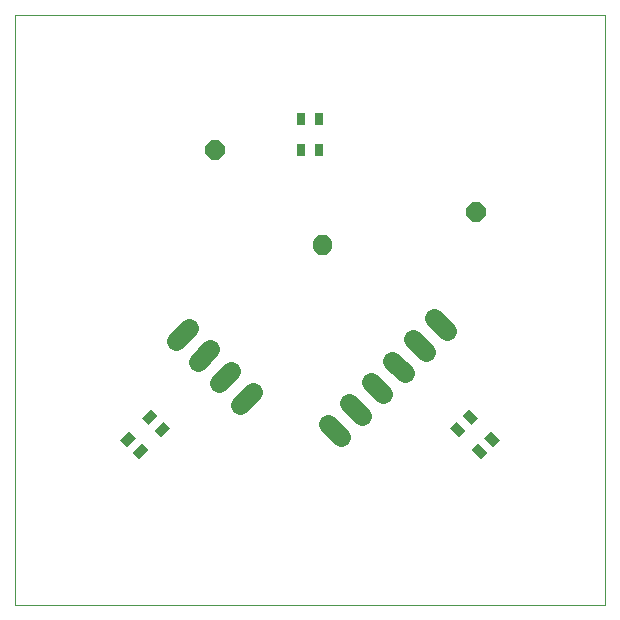
<source format=gbs>
G75*
%MOIN*%
%OFA0B0*%
%FSLAX24Y24*%
%IPPOS*%
%LPD*%
%AMOC8*
5,1,8,0,0,1.08239X$1,22.5*
%
%ADD10C,0.0000*%
%ADD11C,0.0640*%
%ADD12C,0.0128*%
%ADD13R,0.0315X0.0433*%
%ADD14OC8,0.0640*%
D10*
X000100Y000100D02*
X000100Y019785D01*
X019785Y019785D01*
X019785Y000100D01*
X000100Y000100D01*
D11*
X006900Y007495D02*
X007324Y007919D01*
X008031Y007212D02*
X007607Y006788D01*
X006193Y008202D02*
X006617Y008626D01*
X005910Y009334D02*
X005486Y008909D01*
X010549Y006135D02*
X010973Y005711D01*
X011680Y006418D02*
X011256Y006842D01*
X011963Y007549D02*
X012387Y007125D01*
X013094Y007832D02*
X012670Y008256D01*
X013377Y008964D02*
X013801Y008539D01*
X014508Y009246D02*
X014084Y009671D01*
D12*
X010168Y012069D02*
X010104Y012005D01*
X010104Y012217D01*
X010253Y012366D01*
X010465Y012366D01*
X010614Y012217D01*
X010614Y012005D01*
X010465Y011856D01*
X010253Y011856D01*
X010104Y012005D01*
X010200Y012045D01*
X010200Y012177D01*
X010293Y012270D01*
X010425Y012270D01*
X010518Y012177D01*
X010518Y012045D01*
X010425Y011952D01*
X010293Y011952D01*
X010200Y012045D01*
X010296Y012085D01*
X010296Y012137D01*
X010333Y012174D01*
X010385Y012174D01*
X010422Y012137D01*
X010422Y012085D01*
X010385Y012048D01*
X010333Y012048D01*
X010296Y012085D01*
D13*
X010234Y015289D03*
X009643Y015289D03*
X009643Y016313D03*
X010234Y016313D03*
G36*
X015022Y006412D02*
X015244Y006634D01*
X015548Y006330D01*
X015326Y006108D01*
X015022Y006412D01*
G37*
G36*
X014605Y005995D02*
X014827Y006217D01*
X015131Y005913D01*
X014909Y005691D01*
X014605Y005995D01*
G37*
G36*
X015329Y005271D02*
X015551Y005493D01*
X015855Y005189D01*
X015633Y004967D01*
X015329Y005271D01*
G37*
G36*
X015746Y005689D02*
X015968Y005911D01*
X016272Y005607D01*
X016050Y005385D01*
X015746Y005689D01*
G37*
G36*
X005050Y006217D02*
X005272Y005995D01*
X004968Y005691D01*
X004746Y005913D01*
X005050Y006217D01*
G37*
G36*
X004633Y006634D02*
X004855Y006412D01*
X004551Y006108D01*
X004329Y006330D01*
X004633Y006634D01*
G37*
G36*
X003909Y005911D02*
X004131Y005689D01*
X003827Y005385D01*
X003605Y005607D01*
X003909Y005911D01*
G37*
G36*
X004326Y005493D02*
X004548Y005271D01*
X004244Y004967D01*
X004022Y005189D01*
X004326Y005493D01*
G37*
D14*
X006759Y015271D03*
X015479Y013221D03*
M02*

</source>
